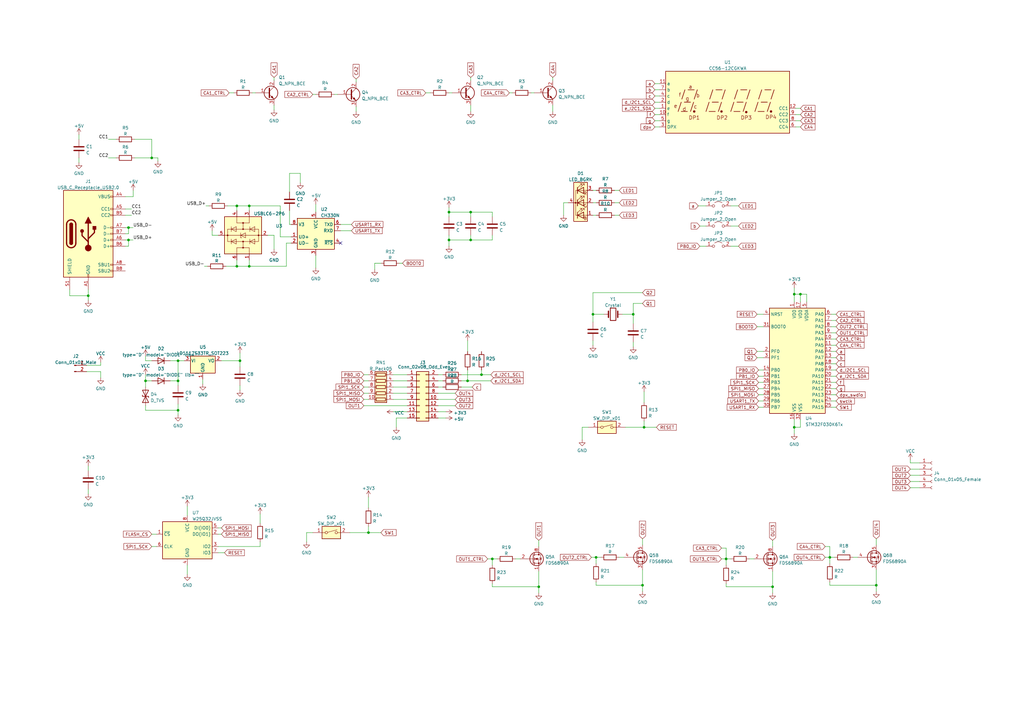
<source format=kicad_sch>
(kicad_sch (version 20211123) (generator eeschema)
  (paper "A3")
  (junction (at 102.235 109.22))
  (junction (at 264.16 175.26))
  (junction (at 191.77 156.21))
  (junction (at 36.195 121.285))
  (junction (at 97.155 84.455))
  (junction (at 62.23 64.77))
  (junction (at 197.485 153.67))
  (junction (at 359.41 240.03))
  (junction (at 325.755 175.26))
  (junction (at 220.98 240.665))
  (junction (at 328.295 120.65))
  (junction (at 184.15 86.995))
  (junction (at 73.025 156.21))
  (junction (at 73.025 147.955))
  (junction (at 316.865 240.665))
  (junction (at 97.155 109.22))
  (junction (at 52.705 93.345))
  (junction (at 263.525 240.03))
  (junction (at 193.04 86.995))
  (junction (at 151.13 218.44))
  (junction (at 340.36 228.6))
  (junction (at 59.69 156.21))
  (junction (at 297.815 229.235))
  (junction (at 184.15 98.425))
  (junction (at 102.235 84.455))
  (junction (at 52.705 98.425))
  (junction (at 193.04 98.425))
  (junction (at 325.755 120.65))
  (junction (at 259.715 128.905))
  (junction (at 244.475 228.6))
  (junction (at 73.025 168.275))
  (junction (at 243.205 128.905))
  (junction (at 98.425 147.955))
  (junction (at 201.93 229.235))
  (no_connect (at 139.7 99.695))
  (wire (pts (xy 62.23 224.155) (xy 64.135 224.155)))
  (wire (pts (xy 268.605 46.99) (xy 270.51 46.99)))
  (wire (pts (xy 243.205 88.265) (xy 244.475 88.265)))
  (wire (pts (xy 51.435 88.265) (xy 53.975 88.265)))
  (wire (pts (xy 128.27 38.735) (xy 129.54 38.735)))
  (wire (pts (xy 311.15 167.005) (xy 313.055 167.005)))
  (wire (pts (xy 35.56 149.86) (xy 41.275 149.86)))
  (wire (pts (xy 112.395 96.52) (xy 112.395 102.235)))
  (wire (pts (xy 119.38 92.075) (xy 118.745 92.075)))
  (wire (pts (xy 310.515 128.905) (xy 313.055 128.905)))
  (wire (pts (xy 36.195 200.66) (xy 36.195 202.565)))
  (wire (pts (xy 197.485 151.765) (xy 197.485 153.67)))
  (wire (pts (xy 51.435 95.885) (xy 52.705 95.885)))
  (wire (pts (xy 220.98 221.615) (xy 220.98 224.155)))
  (wire (pts (xy 55.245 57.15) (xy 62.23 57.15)))
  (wire (pts (xy 162.56 171.45) (xy 162.56 175.26)))
  (wire (pts (xy 59.69 153.67) (xy 59.69 156.21)))
  (wire (pts (xy 340.995 136.525) (xy 342.9 136.525)))
  (wire (pts (xy 328.295 172.085) (xy 328.295 175.26)))
  (wire (pts (xy 244.475 240.03) (xy 263.525 240.03)))
  (wire (pts (xy 263.525 220.98) (xy 263.525 223.52)))
  (wire (pts (xy 310.515 133.985) (xy 313.055 133.985)))
  (wire (pts (xy 184.15 86.995) (xy 184.15 88.9)))
  (wire (pts (xy 102.235 106.68) (xy 102.235 109.22)))
  (wire (pts (xy 242.57 228.6) (xy 244.475 228.6)))
  (wire (pts (xy 330.835 120.65) (xy 328.295 120.65)))
  (wire (pts (xy 325.755 172.085) (xy 325.755 175.26)))
  (wire (pts (xy 89.535 96.52) (xy 86.995 96.52)))
  (wire (pts (xy 201.93 229.235) (xy 201.93 231.775)))
  (wire (pts (xy 254 228.6) (xy 255.905 228.6)))
  (wire (pts (xy 149.225 166.37) (xy 167.005 166.37)))
  (wire (pts (xy 244.475 228.6) (xy 244.475 231.14)))
  (wire (pts (xy 217.805 38.1) (xy 219.075 38.1)))
  (wire (pts (xy 243.205 83.185) (xy 244.475 83.185)))
  (wire (pts (xy 243.205 128.905) (xy 247.65 128.905)))
  (wire (pts (xy 299.72 229.235) (xy 297.815 229.235)))
  (wire (pts (xy 149.225 156.21) (xy 151.13 156.21)))
  (wire (pts (xy 193.04 86.995) (xy 193.04 88.9)))
  (wire (pts (xy 52.705 100.965) (xy 52.705 98.425)))
  (wire (pts (xy 243.205 120.015) (xy 243.205 128.905)))
  (wire (pts (xy 193.04 98.425) (xy 184.15 98.425)))
  (wire (pts (xy 259.715 128.905) (xy 259.715 124.46)))
  (wire (pts (xy 52.705 95.885) (xy 52.705 93.345)))
  (wire (pts (xy 123.19 71.12) (xy 123.19 74.93)))
  (wire (pts (xy 44.45 57.15) (xy 47.625 57.15)))
  (wire (pts (xy 326.39 46.99) (xy 328.295 46.99)))
  (wire (pts (xy 97.155 109.22) (xy 102.235 109.22)))
  (wire (pts (xy 59.69 156.21) (xy 59.69 158.75)))
  (wire (pts (xy 51.435 98.425) (xy 52.705 98.425)))
  (wire (pts (xy 325.755 118.11) (xy 325.755 120.65)))
  (wire (pts (xy 252.095 83.185) (xy 254 83.185)))
  (wire (pts (xy 268.605 36.83) (xy 270.51 36.83)))
  (wire (pts (xy 179.705 153.67) (xy 181.61 153.67)))
  (wire (pts (xy 64.77 64.77) (xy 64.77 66.04)))
  (wire (pts (xy 311.15 161.925) (xy 313.055 161.925)))
  (wire (pts (xy 193.04 86.995) (xy 184.15 86.995)))
  (wire (pts (xy 76.835 207.645) (xy 76.835 211.455)))
  (wire (pts (xy 340.995 141.605) (xy 342.9 141.605)))
  (wire (pts (xy 28.575 118.745) (xy 28.575 121.285)))
  (wire (pts (xy 255.27 128.905) (xy 259.715 128.905)))
  (wire (pts (xy 220.98 234.315) (xy 220.98 240.665)))
  (wire (pts (xy 311.15 156.845) (xy 313.055 156.845)))
  (wire (pts (xy 310.515 144.145) (xy 313.055 144.145)))
  (wire (pts (xy 118.745 71.12) (xy 123.19 71.12)))
  (wire (pts (xy 55.245 64.77) (xy 62.23 64.77)))
  (wire (pts (xy 93.98 38.1) (xy 95.885 38.1)))
  (wire (pts (xy 328.295 175.26) (xy 325.755 175.26)))
  (wire (pts (xy 184.15 38.1) (xy 185.42 38.1)))
  (wire (pts (xy 226.695 43.18) (xy 226.695 45.72)))
  (wire (pts (xy 340.36 238.76) (xy 340.36 240.03)))
  (wire (pts (xy 263.525 233.68) (xy 263.525 240.03)))
  (wire (pts (xy 97.155 86.36) (xy 97.155 84.455)))
  (wire (pts (xy 311.15 159.385) (xy 313.055 159.385)))
  (wire (pts (xy 191.77 156.21) (xy 201.295 156.21)))
  (wire (pts (xy 59.69 147.955) (xy 59.69 146.05)))
  (wire (pts (xy 151.13 203.835) (xy 151.13 208.28)))
  (wire (pts (xy 359.41 220.98) (xy 359.41 223.52)))
  (wire (pts (xy 32.385 64.77) (xy 32.385 66.675)))
  (wire (pts (xy 268.605 44.45) (xy 270.51 44.45)))
  (wire (pts (xy 340.995 151.765) (xy 342.9 151.765)))
  (wire (pts (xy 287.02 92.71) (xy 289.56 92.71)))
  (wire (pts (xy 103.505 38.1) (xy 104.775 38.1)))
  (wire (pts (xy 373.38 197.485) (xy 377.19 197.485)))
  (wire (pts (xy 340.36 224.155) (xy 340.36 228.6)))
  (wire (pts (xy 146.05 32.385) (xy 146.05 33.655)))
  (wire (pts (xy 52.705 93.345) (xy 54.61 93.345)))
  (wire (pts (xy 310.515 146.685) (xy 313.055 146.685)))
  (wire (pts (xy 118.745 78.74) (xy 118.745 71.12)))
  (wire (pts (xy 36.195 121.285) (xy 36.195 123.19)))
  (wire (pts (xy 118.745 92.075) (xy 118.745 86.36)))
  (wire (pts (xy 153.67 110.49) (xy 153.67 107.95)))
  (wire (pts (xy 161.29 168.91) (xy 167.005 168.91)))
  (wire (pts (xy 340.995 167.005) (xy 342.9 167.005)))
  (wire (pts (xy 264.16 175.26) (xy 269.24 175.26)))
  (wire (pts (xy 201.93 240.665) (xy 220.98 240.665)))
  (wire (pts (xy 112.395 43.18) (xy 112.395 45.085)))
  (wire (pts (xy 311.15 164.465) (xy 313.055 164.465)))
  (wire (pts (xy 328.295 120.65) (xy 325.755 120.65)))
  (wire (pts (xy 102.235 84.455) (xy 114.935 84.455)))
  (wire (pts (xy 325.755 175.26) (xy 325.755 177.8)))
  (wire (pts (xy 193.04 43.18) (xy 193.04 45.72)))
  (wire (pts (xy 83.185 155.575) (xy 83.185 157.48)))
  (wire (pts (xy 340.995 149.225) (xy 342.9 149.225)))
  (wire (pts (xy 89.535 216.535) (xy 90.805 216.535)))
  (wire (pts (xy 117.475 99.695) (xy 117.475 109.22)))
  (wire (pts (xy 220.98 240.665) (xy 220.98 243.205)))
  (wire (pts (xy 256.54 175.26) (xy 264.16 175.26)))
  (wire (pts (xy 244.475 238.76) (xy 244.475 240.03)))
  (wire (pts (xy 174.625 38.1) (xy 176.53 38.1)))
  (wire (pts (xy 326.39 52.07) (xy 328.295 52.07)))
  (wire (pts (xy 97.155 84.455) (xy 102.235 84.455)))
  (wire (pts (xy 106.68 224.155) (xy 106.68 222.25)))
  (wire (pts (xy 252.095 88.265) (xy 254 88.265)))
  (wire (pts (xy 191.77 151.765) (xy 191.77 156.21)))
  (wire (pts (xy 54.61 80.645) (xy 54.61 78.105)))
  (wire (pts (xy 184.15 85.09) (xy 184.15 86.995)))
  (wire (pts (xy 149.225 153.67) (xy 151.13 153.67)))
  (wire (pts (xy 51.435 85.725) (xy 53.975 85.725)))
  (wire (pts (xy 340.995 139.065) (xy 342.9 139.065)))
  (wire (pts (xy 373.38 189.865) (xy 377.19 189.865)))
  (wire (pts (xy 295.91 224.79) (xy 297.815 224.79)))
  (wire (pts (xy 73.025 156.21) (xy 73.025 147.955)))
  (wire (pts (xy 62.23 147.955) (xy 59.69 147.955)))
  (wire (pts (xy 226.695 31.75) (xy 226.695 33.02)))
  (wire (pts (xy 203.835 229.235) (xy 201.93 229.235)))
  (wire (pts (xy 243.205 139.7) (xy 243.205 141.605)))
  (wire (pts (xy 35.56 152.4) (xy 41.275 152.4)))
  (wire (pts (xy 184.15 98.425) (xy 184.15 100.965)))
  (wire (pts (xy 287.02 100.965) (xy 289.56 100.965)))
  (wire (pts (xy 179.705 166.37) (xy 186.69 166.37)))
  (wire (pts (xy 189.23 158.75) (xy 193.675 158.75)))
  (wire (pts (xy 106.68 210.82) (xy 106.68 214.63)))
  (wire (pts (xy 359.41 240.03) (xy 359.41 242.57)))
  (wire (pts (xy 128.27 218.44) (xy 125.73 218.44)))
  (wire (pts (xy 98.425 144.78) (xy 98.425 147.955)))
  (wire (pts (xy 32.385 55.245) (xy 32.385 57.15)))
  (wire (pts (xy 340.995 164.465) (xy 342.9 164.465)))
  (wire (pts (xy 373.38 192.405) (xy 377.19 192.405)))
  (wire (pts (xy 299.72 84.455) (xy 302.895 84.455)))
  (wire (pts (xy 373.38 188.595) (xy 373.38 189.865)))
  (wire (pts (xy 137.16 38.735) (xy 138.43 38.735)))
  (wire (pts (xy 161.29 163.83) (xy 167.005 163.83)))
  (wire (pts (xy 143.51 218.44) (xy 151.13 218.44)))
  (wire (pts (xy 316.865 234.315) (xy 316.865 240.665)))
  (wire (pts (xy 179.705 158.75) (xy 181.61 158.75)))
  (wire (pts (xy 193.04 96.52) (xy 193.04 98.425)))
  (wire (pts (xy 73.025 147.955) (xy 75.565 147.955)))
  (wire (pts (xy 179.705 161.29) (xy 186.69 161.29)))
  (wire (pts (xy 201.93 86.995) (xy 193.04 86.995)))
  (wire (pts (xy 69.85 147.955) (xy 73.025 147.955)))
  (wire (pts (xy 73.025 156.21) (xy 73.025 158.115)))
  (wire (pts (xy 102.235 84.455) (xy 102.235 86.36)))
  (wire (pts (xy 297.815 240.665) (xy 316.865 240.665)))
  (wire (pts (xy 161.29 156.21) (xy 167.005 156.21)))
  (wire (pts (xy 325.755 120.65) (xy 325.755 123.825)))
  (wire (pts (xy 311.15 151.765) (xy 313.055 151.765)))
  (wire (pts (xy 89.535 219.075) (xy 90.805 219.075)))
  (wire (pts (xy 98.425 147.955) (xy 90.805 147.955)))
  (wire (pts (xy 231.14 83.185) (xy 231.14 88.265)))
  (wire (pts (xy 201.93 88.9) (xy 201.93 86.995)))
  (wire (pts (xy 259.715 128.905) (xy 259.715 132.715)))
  (wire (pts (xy 193.04 31.75) (xy 193.04 33.02)))
  (wire (pts (xy 139.7 94.615) (xy 144.145 94.615)))
  (wire (pts (xy 179.705 163.83) (xy 186.69 163.83)))
  (wire (pts (xy 340.995 131.445) (xy 342.9 131.445)))
  (wire (pts (xy 62.23 156.21) (xy 59.69 156.21)))
  (wire (pts (xy 328.295 123.825) (xy 328.295 120.65)))
  (wire (pts (xy 201.93 239.395) (xy 201.93 240.665)))
  (wire (pts (xy 340.995 144.145) (xy 342.9 144.145)))
  (wire (pts (xy 330.835 120.65) (xy 330.835 123.825)))
  (wire (pts (xy 316.865 221.615) (xy 316.865 224.155)))
  (wire (pts (xy 109.855 96.52) (xy 112.395 96.52)))
  (wire (pts (xy 340.36 240.03) (xy 359.41 240.03)))
  (wire (pts (xy 286.385 84.455) (xy 289.56 84.455)))
  (wire (pts (xy 28.575 121.285) (xy 36.195 121.285)))
  (wire (pts (xy 263.525 120.015) (xy 243.205 120.015)))
  (wire (pts (xy 161.29 161.29) (xy 167.005 161.29)))
  (wire (pts (xy 119.38 99.695) (xy 117.475 99.695)))
  (wire (pts (xy 233.045 83.185) (xy 231.14 83.185)))
  (wire (pts (xy 311.15 154.305) (xy 313.055 154.305)))
  (wire (pts (xy 326.39 44.45) (xy 328.295 44.45)))
  (wire (pts (xy 191.77 139.7) (xy 191.77 144.145)))
  (wire (pts (xy 69.85 156.21) (xy 73.025 156.21)))
  (wire (pts (xy 340.995 156.845) (xy 342.9 156.845)))
  (wire (pts (xy 129.54 83.82) (xy 129.54 86.995)))
  (wire (pts (xy 161.29 153.67) (xy 167.005 153.67)))
  (wire (pts (xy 189.23 153.67) (xy 197.485 153.67)))
  (wire (pts (xy 243.205 78.105) (xy 244.475 78.105)))
  (wire (pts (xy 189.23 156.21) (xy 191.77 156.21)))
  (wire (pts (xy 338.455 228.6) (xy 340.36 228.6)))
  (wire (pts (xy 340.995 133.985) (xy 342.9 133.985)))
  (wire (pts (xy 139.7 92.075) (xy 144.145 92.075)))
  (wire (pts (xy 73.025 165.735) (xy 73.025 168.275)))
  (wire (pts (xy 51.435 80.645) (xy 54.61 80.645)))
  (wire (pts (xy 268.605 39.37) (xy 270.51 39.37)))
  (wire (pts (xy 342.265 228.6) (xy 340.36 228.6)))
  (wire (pts (xy 268.605 34.29) (xy 270.51 34.29)))
  (wire (pts (xy 297.815 239.395) (xy 297.815 240.665)))
  (wire (pts (xy 98.425 147.955) (xy 98.425 150.495)))
  (wire (pts (xy 200.025 229.235) (xy 201.93 229.235)))
  (wire (pts (xy 86.995 96.52) (xy 86.995 94.615)))
  (wire (pts (xy 36.195 191.135) (xy 36.195 193.04)))
  (wire (pts (xy 179.705 168.91) (xy 182.88 168.91)))
  (wire (pts (xy 51.435 93.345) (xy 52.705 93.345)))
  (wire (pts (xy 62.23 57.15) (xy 62.23 64.77)))
  (wire (pts (xy 208.915 38.1) (xy 210.185 38.1)))
  (wire (pts (xy 179.705 156.21) (xy 181.61 156.21)))
  (wire (pts (xy 295.91 229.235) (xy 297.815 229.235)))
  (wire (pts (xy 92.71 109.22) (xy 97.155 109.22)))
  (wire (pts (xy 259.715 124.46) (xy 263.525 124.46)))
  (wire (pts (xy 264.16 160.655) (xy 264.16 165.1)))
  (wire (pts (xy 263.525 240.03) (xy 263.525 242.57)))
  (wire (pts (xy 211.455 229.235) (xy 213.36 229.235)))
  (wire (pts (xy 114.935 84.455) (xy 114.935 97.155)))
  (wire (pts (xy 326.39 49.53) (xy 328.295 49.53)))
  (wire (pts (xy 268.605 49.53) (xy 270.51 49.53)))
  (wire (pts (xy 264.16 172.72) (xy 264.16 175.26)))
  (wire (pts (xy 201.93 98.425) (xy 193.04 98.425)))
  (wire (pts (xy 243.205 128.905) (xy 243.205 132.08)))
  (wire (pts (xy 167.005 171.45) (xy 162.56 171.45)))
  (wire (pts (xy 340.995 128.905) (xy 342.9 128.905)))
  (wire (pts (xy 359.41 233.68) (xy 359.41 240.03)))
  (wire (pts (xy 268.605 41.91) (xy 270.51 41.91)))
  (wire (pts (xy 340.995 146.685) (xy 342.9 146.685)))
  (wire (pts (xy 241.3 175.26) (xy 238.76 175.26)))
  (wire (pts (xy 149.225 158.75) (xy 151.13 158.75)))
  (wire (pts (xy 307.34 229.235) (xy 309.245 229.235)))
  (wire (pts (xy 125.73 218.44) (xy 125.73 222.25)))
  (wire (pts (xy 340.995 159.385) (xy 342.9 159.385)))
  (wire (pts (xy 252.095 78.105) (xy 254 78.105)))
  (wire (pts (xy 93.345 84.455) (xy 97.155 84.455)))
  (wire (pts (xy 299.72 100.965) (xy 302.895 100.965)))
  (wire (pts (xy 340.36 228.6) (xy 340.36 231.14)))
  (wire (pts (xy 297.815 229.235) (xy 297.815 231.775)))
  (wire (pts (xy 98.425 158.115) (xy 98.425 160.02)))
  (wire (pts (xy 377.19 200.025) (xy 373.38 200.025)))
  (wire (pts (xy 201.93 96.52) (xy 201.93 98.425)))
  (wire (pts (xy 297.815 224.79) (xy 297.815 229.235)))
  (wire (pts (xy 52.705 98.425) (xy 54.61 98.425)))
  (wire (pts (xy 59.69 166.37) (xy 59.69 168.275)))
  (wire (pts (xy 338.455 224.155) (xy 340.36 224.155)))
  (wire (pts (xy 83.82 109.22) (xy 85.09 109.22)))
  (wire (pts (xy 112.395 31.75) (xy 112.395 33.02)))
  (wire (pts (xy 36.195 121.285) (xy 36.195 118.745)))
  (wire (pts (xy 340.995 154.305) (xy 342.9 154.305)))
  (wire (pts (xy 41.275 149.86) (xy 41.275 148.59)))
  (wire (pts (xy 73.025 168.275) (xy 73.025 170.18)))
  (wire (pts (xy 179.705 171.45) (xy 182.88 171.45)))
  (wire (pts (xy 129.54 104.775) (xy 129.54 109.855)))
  (wire (pts (xy 59.69 168.275) (xy 73.025 168.275)))
  (wire (pts (xy 197.485 153.67) (xy 201.295 153.67)))
  (wire (pts (xy 259.715 140.335) (xy 259.715 142.24)))
  (wire (pts (xy 161.29 158.75) (xy 167.005 158.75)))
  (wire (pts (xy 114.935 97.155) (xy 119.38 97.155)))
  (wire (pts (xy 89.535 224.155) (xy 106.68 224.155)))
  (wire (pts (xy 268.605 52.07) (xy 270.51 52.07)))
  (wire (pts (xy 76.835 231.775) (xy 76.835 235.585)))
  (wire (pts (xy 44.45 64.77) (xy 47.625 64.77)))
  (wire (pts (xy 316.865 240.665) (xy 316.865 243.205)))
  (wire (pts (xy 149.225 163.83) (xy 151.13 163.83)))
  (wire (pts (xy 151.13 218.44) (xy 156.21 218.44)))
  (wire (pts (xy 51.435 100.965) (xy 52.705 100.965)))
  (wire (pts (xy 84.455 84.455) (xy 85.725 84.455)))
  (wire (pts (xy 299.72 92.71) (xy 302.895 92.71)))
  (wire (pts (xy 373.38 194.945) (xy 377.19 194.945)))
  (wire (pts (xy 102.235 109.22) (xy 117.475 109.22)))
  (wire (pts (xy 151.13 215.9) (xy 151.13 218.44)))
  (wire (pts (xy 97.155 106.68) (xy 97.155 109.22)))
  (wire (pts (xy 163.83 107.95) (xy 165.1 107.95)))
  (wire (pts (xy 89.535 226.695) (xy 92.075 226.695)))
  (wire (pts (xy 146.05 43.815) (xy 146.05 45.72)))
  (wire (pts (xy 238.76 175.26) (xy 238.76 180.34)))
  (wire (pts (xy 184.15 96.52) (xy 184.15 98.425)))
  (wire (pts (xy 340.995 161.925) (xy 342.9 161.925)))
  (wire (pts (xy 149.225 161.29) (xy 151.13 161.29)))
  (wire (pts (xy 153.67 107.95) (xy 156.21 107.95)))
  (wire (pts (xy 62.23 219.075) (xy 64.135 219.075)))
  (wire (pts (xy 246.38 228.6) (xy 244.475 228.6)))
  (wire (pts (xy 62.23 64.77) (xy 64.77 64.77)))
  (wire (pts (xy 349.885 228.6) (xy 351.79 228.6)))
  (wire (pts (xy 41.275 152.4) (xy 41.275 154.94)))
  (label "USB_D-" (at 54.61 93.345 0))
  (label "CC1" (at 44.45 57.15 180))
  (label "CC1" (at 53.975 85.725 0))
  (label "CC2" (at 44.45 64.77 180))
  (label "USB_D+" (at 54.61 98.425 0))
  (label "USB_D-" (at 83.82 109.22 180))
  (label "USB_D+" (at 84.455 84.455 180))
  (label "CC2" (at 53.975 88.265 0))
  (global_label "CA2" (shape input) (at 328.295 46.99 0) (property "Intersheet References" "${INTERSHEET_REFS}" (effects hide)))
  (global_label "OUT2" (shape input) (at 263.525 220.98 90) (property "Intersheet References" "${INTERSHEET_REFS}" (effects hide)))
  (global_label "CA3_CTRL" (shape input) (at 342.9 139.065 0) (property "Intersheet References" "${INTERSHEET_REFS}" (effects hide)))
  (global_label "g" (shape input) (at 342.9 159.385 0) (property "Intersheet References" "${INTERSHEET_REFS}" (effects hide)))
  (global_label "USART1_TX" (shape input) (at 311.15 164.465 180) (property "Intersheet References" "${INTERSHEET_REFS}" (effects hide)))
  (global_label "LED1" (shape input) (at 254 78.105 0) (property "Intersheet References" "${INTERSHEET_REFS}" (effects hide)))
  (global_label "b" (shape input) (at 342.9 146.685 0) (property "Intersheet References" "${INTERSHEET_REFS}" (effects hide)))
  (global_label "LED2" (shape input) (at 254 83.185 0) (property "Intersheet References" "${INTERSHEET_REFS}" (effects hide)))
  (global_label "SPI1_SCK" (shape input) (at 149.225 158.75 180) (property "Intersheet References" "${INTERSHEET_REFS}" (effects hide)))
  (global_label "CA2" (shape input) (at 146.05 32.385 90) (property "Intersheet References" "${INTERSHEET_REFS}" (effects hide)))
  (global_label "c" (shape input) (at 342.9 149.225 0) (property "Intersheet References" "${INTERSHEET_REFS}" (effects hide)))
  (global_label "BOOT0" (shape input) (at 165.1 107.95 0) (property "Intersheet References" "${INTERSHEET_REFS}" (effects hide)))
  (global_label "d_I2C1_SCL" (shape input) (at 201.295 153.67 0) (property "Intersheet References" "${INTERSHEET_REFS}" (effects hide)))
  (global_label "SPI1_MOSI" (shape input) (at 90.805 216.535 0) (property "Intersheet References" "${INTERSHEET_REFS}" (effects hide)))
  (global_label "CA3_CTRL" (shape input) (at 295.91 224.79 180) (property "Intersheet References" "${INTERSHEET_REFS}" (effects hide)))
  (global_label "f" (shape input) (at 342.9 156.845 0) (property "Intersheet References" "${INTERSHEET_REFS}" (effects hide)))
  (global_label "OUT3" (shape input) (at 373.38 197.485 180) (property "Intersheet References" "${INTERSHEET_REFS}" (effects hide)))
  (global_label "OUT2_CTRL" (shape input) (at 242.57 228.6 180) (property "Intersheet References" "${INTERSHEET_REFS}" (effects hide)))
  (global_label "f" (shape input) (at 268.605 46.99 180) (property "Intersheet References" "${INTERSHEET_REFS}" (effects hide)))
  (global_label "c" (shape input) (at 193.675 158.75 0) (property "Intersheet References" "${INTERSHEET_REFS}" (effects hide)))
  (global_label "SW1" (shape input) (at 342.9 167.005 0) (property "Intersheet References" "${INTERSHEET_REFS}" (effects hide)))
  (global_label "SPI1_MISO" (shape input) (at 311.15 159.385 180) (property "Intersheet References" "${INTERSHEET_REFS}" (effects hide)))
  (global_label "swclk" (shape input) (at 342.9 164.465 0) (property "Intersheet References" "${INTERSHEET_REFS}" (effects hide)))
  (global_label "CA4_CTRL" (shape input) (at 338.455 224.155 180) (property "Intersheet References" "${INTERSHEET_REFS}" (effects hide)))
  (global_label "a" (shape input) (at 286.385 84.455 180) (property "Intersheet References" "${INTERSHEET_REFS}" (effects hide)))
  (global_label "d_I2C1_SCL" (shape input) (at 268.605 41.91 180) (property "Intersheet References" "${INTERSHEET_REFS}" (effects hide)))
  (global_label "CA4_CTRL" (shape input) (at 342.9 141.605 0) (property "Intersheet References" "${INTERSHEET_REFS}" (effects hide)))
  (global_label "Q1" (shape input) (at 263.525 124.46 0) (property "Intersheet References" "${INTERSHEET_REFS}" (effects hide)))
  (global_label "SPI1_MISO" (shape input) (at 149.225 161.29 180) (property "Intersheet References" "${INTERSHEET_REFS}" (effects hide)))
  (global_label "OUT4" (shape input) (at 359.41 220.98 90) (property "Intersheet References" "${INTERSHEET_REFS}" (effects hide)))
  (global_label "SPI1_SCK" (shape input) (at 311.15 156.845 180) (property "Intersheet References" "${INTERSHEET_REFS}" (effects hide)))
  (global_label "SPI1_MISO" (shape input) (at 90.805 219.075 0) (property "Intersheet References" "${INTERSHEET_REFS}" (effects hide)))
  (global_label "Q2" (shape input) (at 263.525 120.015 0) (property "Intersheet References" "${INTERSHEET_REFS}" (effects hide)))
  (global_label "OUT1" (shape input) (at 220.98 221.615 90) (property "Intersheet References" "${INTERSHEET_REFS}" (effects hide)))
  (global_label "CA1_CTRL" (shape input) (at 342.9 128.905 0) (property "Intersheet References" "${INTERSHEET_REFS}" (effects hide)))
  (global_label "CA4" (shape input) (at 328.295 52.07 0) (property "Intersheet References" "${INTERSHEET_REFS}" (effects hide)))
  (global_label "OUT2" (shape input) (at 186.69 166.37 0) (property "Intersheet References" "${INTERSHEET_REFS}" (effects hide)))
  (global_label "CA4" (shape input) (at 226.695 31.75 90) (property "Intersheet References" "${INTERSHEET_REFS}" (effects hide)))
  (global_label "OUT4" (shape input) (at 186.69 161.29 0) (property "Intersheet References" "${INTERSHEET_REFS}" (effects hide)))
  (global_label "PB0_IO" (shape input) (at 287.02 100.965 180) (property "Intersheet References" "${INTERSHEET_REFS}" (effects hide)))
  (global_label "a" (shape input) (at 342.9 144.145 0) (property "Intersheet References" "${INTERSHEET_REFS}" (effects hide)))
  (global_label "dpx_swdio" (shape input) (at 342.9 161.925 0) (property "Intersheet References" "${INTERSHEET_REFS}" (effects hide)))
  (global_label "LED2" (shape input) (at 302.895 92.71 0) (property "Intersheet References" "${INTERSHEET_REFS}" (effects hide)))
  (global_label "OUT1" (shape input) (at 149.225 166.37 180) (property "Intersheet References" "${INTERSHEET_REFS}" (effects hide)))
  (global_label "PB0_IO" (shape input) (at 149.225 153.67 180) (property "Intersheet References" "${INTERSHEET_REFS}" (effects hide)))
  (global_label "CA2_CTRL" (shape input) (at 342.9 131.445 0) (property "Intersheet References" "${INTERSHEET_REFS}" (effects hide)))
  (global_label "OUT2" (shape input) (at 373.38 194.945 180) (property "Intersheet References" "${INTERSHEET_REFS}" (effects hide)))
  (global_label "CA4_CTRL" (shape input) (at 208.915 38.1 180) (property "Intersheet References" "${INTERSHEET_REFS}" (effects hide)))
  (global_label "RESET" (shape input) (at 310.515 128.905 180) (property "Intersheet References" "${INTERSHEET_REFS}" (effects hide)))
  (global_label "CA1_CTRL" (shape input) (at 93.98 38.1 180) (property "Intersheet References" "${INTERSHEET_REFS}" (effects hide)))
  (global_label "LED1" (shape input) (at 302.895 84.455 0) (property "Intersheet References" "${INTERSHEET_REFS}" (effects hide)))
  (global_label "Q2" (shape input) (at 310.515 146.685 180) (property "Intersheet References" "${INTERSHEET_REFS}" (effects hide)))
  (global_label "e_I2C1_SDA" (shape input) (at 342.9 154.305 0) (property "Intersheet References" "${INTERSHEET_REFS}" (effects hide)))
  (global_label "SPI1_MOSI" (shape input) (at 149.225 163.83 180) (property "Intersheet References" "${INTERSHEET_REFS}" (effects hide)))
  (global_label "e_I2C1_SDA" (shape input) (at 201.295 156.21 0) (property "Intersheet References" "${INTERSHEET_REFS}" (effects hide)))
  (global_label "CA1" (shape input) (at 112.395 31.75 90) (property "Intersheet References" "${INTERSHEET_REFS}" (effects hide)))
  (global_label "FLASH_CS" (shape input) (at 62.23 219.075 180) (property "Intersheet References" "${INTERSHEET_REFS}" (effects hide)))
  (global_label "CA3" (shape input) (at 328.295 49.53 0) (property "Intersheet References" "${INTERSHEET_REFS}" (effects hide)))
  (global_label "CA2_CTRL" (shape input) (at 128.27 38.735 180) (property "Intersheet References" "${INTERSHEET_REFS}" (effects hide)))
  (global_label "LED3" (shape input) (at 302.895 100.965 0) (property "Intersheet References" "${INTERSHEET_REFS}" (effects hide)))
  (global_label "USART1_RX" (shape input) (at 144.145 92.075 0) (property "Intersheet References" "${INTERSHEET_REFS}" (effects hide)))
  (global_label "BOOT0" (shape input) (at 310.515 133.985 180) (property "Intersheet References" "${INTERSHEET_REFS}" (effects hide)))
  (global_label "OUT1_CTRL" (shape input) (at 200.025 229.235 180) (property "Intersheet References" "${INTERSHEET_REFS}" (effects hide)))
  (global_label "b" (shape input) (at 287.02 92.71 180) (property "Intersheet References" "${INTERSHEET_REFS}" (effects hide)))
  (global_label "OUT3_CTRL" (shape input) (at 295.91 229.235 180) (property "Intersheet References" "${INTERSHEET_REFS}" (effects hide)))
  (global_label "SW1" (shape input) (at 156.21 218.44 0) (property "Intersheet References" "${INTERSHEET_REFS}" (effects hide)))
  (global_label "SPI1_SCK" (shape input) (at 62.23 224.155 180) (property "Intersheet References" "${INTERSHEET_REFS}" (effects hide)))
  (global_label "RESET" (shape input) (at 92.075 226.695 0) (property "Intersheet References" "${INTERSHEET_REFS}" (effects hide)))
  (global_label "OUT2_CTRL" (shape input) (at 342.9 133.985 0) (property "Intersheet References" "${INTERSHEET_REFS}" (effects hide)))
  (global_label "CA1" (shape input) (at 328.295 44.45 0) (property "Intersheet References" "${INTERSHEET_REFS}" (effects hide)))
  (global_label "SPI1_MOSI" (shape input) (at 311.15 161.925 180) (property "Intersheet References" "${INTERSHEET_REFS}" (effects hide)))
  (global_label "e_I2C1_SDA" (shape input) (at 268.605 44.45 180) (property "Intersheet References" "${INTERSHEET_REFS}" (effects hide)))
  (global_label "USART1_TX" (shape input) (at 144.145 94.615 0) (property "Intersheet References" "${INTERSHEET_REFS}" (effects hide)))
  (global_label "dpx" (shape input) (at 268.605 52.07 180) (property "Intersheet References" "${INTERSHEET_REFS}" (effects hide)))
  (global_label "Q1" (shape input) (at 310.515 144.145 180) (property "Intersheet References" "${INTERSHEET_REFS}" (effects hide)))
  (global_label "PB1_IO" (shape input) (at 311.15 154.305 180) (property "Intersheet References" "${INTERSHEET_REFS}" (effects hide)))
  (global_label "OUT3" (shape input) (at 316.865 221.615 90) (property "Intersheet References" "${INTERSHEET_REFS}" (effects hide)))
  (global_label "OUT4_CTRL" (shape input) (at 338.455 228.6 180) (property "Intersheet References" "${INTERSHEET_REFS}" (effects hide)))
  (global_label "OUT1" (shape input) (at 373.38 192.405 180) (property "Intersheet References" "${INTERSHEET_REFS}" (effects hide)))
  (global_label "c" (shape input) (at 268.605 39.37 180) (property "Intersheet References" "${INTERSHEET_REFS}" (effects hide)))
  (global_label "a" (shape input) (at 268.605 34.29 180) (property "Intersheet References" "${INTERSHEET_REFS}" (effects hide)))
  (global_label "OUT4" (shape input) (at 373.38 200.025 180) (property "Intersheet References" "${INTERSHEET_REFS}" (effects hide)))
  (global_label "b" (shape input) (at 268.605 36.83 180) (property "Intersheet References" "${INTERSHEET_REFS}" (effects hide)))
  (global_label "PB1_IO" (shape input) (at 149.225 156.21 180) (property "Intersheet References" "${INTERSHEET_REFS}" (effects hide)))
  (global_label "g" (shape input) (at 268.605 49.53 180) (property "Intersheet References" "${INTERSHEET_REFS}" (effects hide)))
  (global_label "RESET" (shape input) (at 269.24 175.26 0) (property "Intersheet References" "${INTERSHEET_REFS}" (effects hide)))
  (global_label "d_I2C1_SCL" (shape input) (at 342.9 151.765 0) (property "Intersheet References" "${INTERSHEET_REFS}" (effects hide)))
  (global_label "OUT1_CTRL" (shape input) (at 342.9 136.525 0) (property "Intersheet References" "${INTERSHEET_REFS}" (effects hide)))
  (global_label "USART1_RX" (shape input) (at 311.15 167.005 180) (property "Intersheet References" "${INTERSHEET_REFS}" (effects hide)))
  (global_label "LED3" (shape input) (at 254 88.265 0) (property "Intersheet References" "${INTERSHEET_REFS}" (effects hide)))
  (global_label "CA3" (shape input) (at 193.04 31.75 90) (property "Intersheet References" "${INTERSHEET_REFS}" (effects hide)))
  (global_label "PB0_IO" (shape input) (at 311.15 151.765 180) (property "Intersheet References" "${INTERSHEET_REFS}" (effects hide)))
  (global_label "OUT3" (shape input) (at 186.69 163.83 0) (property "Intersheet References" "${INTERSHEET_REFS}" (effects hide)))
  (global_label "CA3_CTRL" (shape input) (at 174.625 38.1 180) (property "Intersheet References" "${INTERSHEET_REFS}" (effects hide)))
  (symbol (lib_id "Device:R") (at 201.93 235.585 180) (unit 1)
    (property "Reference" "R23" (at 203.708 234.7503 0) (effects (justify right)))
    (property "Value" "R" (at 203.708 237.2872 0) (effects (justify right)))
    (property "Footprint" "Resistor_SMD:R_0603_1608Metric_Pad0.98x0.95mm_HandSolder" (effects hide))
  )
  (symbol (lib_id "power:GND") (at 129.54 109.855 0) (unit 1)
    (property "Reference" "#PWR0119" (effects hide))
    (property "Value" "GND" (at 129.54 114.2984 0))
  )
  (symbol (lib_id "power:+5V") (at 86.995 94.615 0) (unit 1)
    (property "Reference" "#PWR0113" (effects hide))
    (property "Value" "+5V" (at 86.995 91.0392 0))
  )
  (symbol (lib_id "Connector:USB_C_Receptacle_USB2.0") (at 36.195 95.885 0) (unit 1)
    (property "Reference" "J1" (at 36.195 74.4052 0))
    (property "Value" "USB_C_Receptacle_USB2.0" (at 36.195 76.9421 0))
    (property "Footprint" "Connector_USB:USB_C_Receptacle_GCT_USB4105-xx-A_16P_TopMnt_Horizontal" (effects hide))
    (property "Datasheet" "https://www.usb.org/sites/default/files/documents/usb_type-c.zip" (effects hide))
  )
  (symbol (lib_id "Device:R") (at 51.435 64.77 90) (unit 1)
    (property "Reference" "R6" (at 51.435 60.325 90))
    (property "Value" "R" (at 51.435 62.5911 90))
    (property "Footprint" "Resistor_SMD:R_0603_1608Metric_Pad0.98x0.95mm_HandSolder" (effects hide))
  )
  (symbol (lib_id "power:GND") (at 36.195 123.19 0) (unit 1)
    (property "Reference" "#PWR0117" (effects hide))
    (property "Value" "GND" (at 36.195 127.6334 0))
  )
  (symbol (lib_id "power:+5V") (at 54.61 78.105 0) (unit 1)
    (property "Reference" "#PWR0112" (effects hide))
    (property "Value" "+5V" (at 54.61 74.5292 0))
  )
  (symbol (lib_id "power:GND") (at 162.56 175.26 0) (unit 1)
    (property "Reference" "#PWR0137" (effects hide))
    (property "Value" "GND" (at 162.56 179.7034 0))
  )
  (symbol (lib_id "Device:R") (at 248.285 78.105 90) (unit 1)
    (property "Reference" "R7" (at 248.285 73.3892 90))
    (property "Value" "R" (at 248.285 75.9261 90))
    (property "Footprint" "Resistor_SMD:R_0603_1608Metric_Pad0.98x0.95mm_HandSolder" (effects hide))
  )
  (symbol (lib_id "Jumper:Jumper_2_Open") (at 294.64 84.455 0) (unit 1)
    (property "Reference" "JP1" (at 294.64 79.1042 0))
    (property "Value" "Jumper_2_Open" (at 294.64 81.6411 0))
    (property "Footprint" "Jumper:SolderJumper-2_P1.3mm_Open_TrianglePad1.0x1.5mm" (effects hide))
  )
  (symbol (lib_id "power:GND") (at 83.185 157.48 0) (unit 1)
    (property "Reference" "#PWR0132" (effects hide))
    (property "Value" "GND" (at 83.185 161.9234 0))
  )
  (symbol (lib_id "Regulator_Linear:LD1117S33TR_SOT223") (at 83.185 147.955 0) (unit 1)
    (property "Reference" "U5" (at 83.185 142.3502 0))
    (property "Value" "LD1117S33TR_SOT223" (at 83.185 144.8871 0))
    (property "Footprint" "Package_TO_SOT_SMD:SOT-223-3_TabPin2" (effects hide))
    (property "Datasheet" "http://www.st.com/st-web-ui/static/active/en/resource/technical/document/datasheet/CD00000544.pdf" (effects hide))
  )
  (symbol (lib_id "Device:R") (at 248.285 83.185 90) (unit 1)
    (property "Reference" "R8" (at 248.285 78.4692 90))
    (property "Value" "R" (at 248.285 81.0061 90))
    (property "Footprint" "Resistor_SMD:R_0603_1608Metric_Pad0.98x0.95mm_HandSolder" (effects hide))
  )
  (symbol (lib_id "power:GND") (at 64.77 66.04 0) (unit 1)
    (property "Reference" "#PWR0114" (effects hide))
    (property "Value" "GND" (at 64.77 70.4834 0))
  )
  (symbol (lib_id "Device:C") (at 98.425 154.305 0) (unit 1)
    (property "Reference" "C8" (at 101.346 153.4703 0) (effects (justify left)))
    (property "Value" "C" (at 101.346 156.0072 0) (effects (justify left)))
    (property "Footprint" "Capacitor_SMD:C_0603_1608Metric_Pad1.08x0.95mm_HandSolder" (effects hide))
  )
  (symbol (lib_id "Connector:Conn_01x05_Female") (at 382.27 194.945 0) (unit 1)
    (property "Reference" "J4" (at 382.9812 194.1103 0) (effects (justify left)))
    (property "Value" "Conn_01x05_Female" (at 382.9812 196.6472 0) (effects (justify left)))
    (property "Footprint" "TerminalBlock_MetzConnect:TerminalBlock_MetzConnect_Type011_RT05505HBWC_1x05_P5.00mm_Horizontal" (effects hide))
  )
  (symbol (lib_id "power:GND") (at 36.195 202.565 0) (unit 1)
    (property "Reference" "#PWR0145" (effects hide))
    (property "Value" "GND" (at 36.195 207.0084 0))
  )
  (symbol (lib_id "Device:R") (at 99.695 38.1 90) (unit 1)
    (property "Reference" "R1" (at 99.695 33.3842 90))
    (property "Value" "R" (at 99.695 35.9211 90))
    (property "Footprint" "Resistor_SMD:R_0603_1608Metric_Pad0.98x0.95mm_HandSolder" (effects hide))
  )
  (symbol (lib_id "power:GND") (at 112.395 102.235 0) (unit 1)
    (property "Reference" "#PWR0111" (effects hide))
    (property "Value" "GND" (at 112.395 106.6784 0))
  )
  (symbol (lib_id "Device:Q_NPN_BCE") (at 190.5 38.1 0) (unit 1)
    (property "Reference" "Q2" (at 195.58 31.75 0) (effects (justify left)))
    (property "Value" "Q_NPN_BCE" (at 195.58 34.29 0) (effects (justify left)))
    (property "Footprint" "Package_TO_SOT_SMD:SOT-23-3" (effects hide))
  )
  (symbol (lib_id "power:GND") (at 231.14 88.265 0) (unit 1)
    (property "Reference" "#PWR0104" (effects hide))
    (property "Value" "GND" (at 231.14 92.7084 0))
  )
  (symbol (lib_id "power:+5V") (at 129.54 83.82 0) (unit 1)
    (property "Reference" "#PWR0110" (effects hide))
    (property "Value" "+5V" (at 129.54 80.2442 0))
  )
  (symbol (lib_id "Switch:SW_DIP_x01") (at 135.89 218.44 0) (unit 1)
    (property "Reference" "SW2" (at 135.89 212.2002 0))
    (property "Value" "SW_DIP_x01" (at 135.89 214.7371 0))
    (property "Footprint" "Button_Switch_SMD:SW_Push_1P1T_NO_Vertical_Wuerth_434133025816" (effects hide))
  )
  (symbol (lib_id "Device:R") (at 160.02 107.95 90) (unit 1)
    (property "Reference" "R12" (at 160.02 103.2342 90))
    (property "Value" "R" (at 160.02 105.7711 90))
    (property "Footprint" "Resistor_SMD:R_0603_1608Metric_Pad0.98x0.95mm_HandSolder" (effects hide))
  )
  (symbol (lib_id "power:+3.3V") (at 76.835 207.645 0) (unit 1)
    (property "Reference" "#PWR0127" (effects hide))
    (property "Value" "+3.3V" (at 76.835 204.0692 0))
  )
  (symbol (lib_id "Device:C") (at 243.205 135.89 180) (unit 1)
    (property "Reference" "C6" (at 246.126 135.0553 0) (effects (justify right)))
    (property "Value" "C" (at 246.126 137.5922 0) (effects (justify right)))
    (property "Footprint" "Capacitor_SMD:C_0603_1608Metric_Pad1.08x0.95mm_HandSolder" (effects hide))
  )
  (symbol (lib_id "power:GND") (at 220.98 243.205 0) (unit 1)
    (property "Reference" "#PWR0101" (effects hide))
    (property "Value" "GND" (at 220.98 247.6484 0))
  )
  (symbol (lib_id "Device:LED_BGRK") (at 238.125 83.185 0) (unit 1)
    (property "Reference" "D1" (at 238.125 71.1032 0))
    (property "Value" "LED_BGRK" (at 238.125 73.6401 0))
    (property "Footprint" "LED_SMD:LED_RGB_1210" (effects hide))
  )
  (symbol (lib_id "power:GND") (at 76.835 235.585 0) (unit 1)
    (property "Reference" "#PWR0140" (effects hide))
    (property "Value" "GND" (at 76.835 240.0284 0))
  )
  (symbol (lib_id "Device:R") (at 89.535 84.455 90) (unit 1)
    (property "Reference" "R9" (at 89.535 79.7392 90))
    (property "Value" "R" (at 89.535 82.2761 90))
    (property "Footprint" "Resistor_SMD:R_0603_1608Metric_Pad0.98x0.95mm_HandSolder" (effects hide))
  )
  (symbol (lib_id "Device:R_Pack05") (at 156.21 158.75 90) (unit 1)
    (property "Reference" "RN1" (at 156.21 148.7002 90))
    (property "Value" "R_Pack05" (at 156.21 151.2371 90))
    (property "Footprint" "Resistor_SMD:R_Array_Convex_5x0603" (effects hide))
  )
  (symbol (lib_id "Device:Q_NPN_BCE") (at 224.155 38.1 0) (unit 1)
    (property "Reference" "Q3" (at 229.0064 37.2653 0) (effects (justify left)))
    (property "Value" "Q_NPN_BCE" (at 229.0064 39.8022 0) (effects (justify left)))
    (property "Footprint" "Package_TO_SOT_SMD:SOT-23-3" (effects hide))
  )
  (symbol (lib_id "Device:R") (at 180.34 38.1 90) (unit 1)
    (property "Reference" "R2" (at 180.34 33.3842 90))
    (property "Value" "R" (at 180.34 35.9211 90))
    (property "Footprint" "Resistor_SMD:R_0603_1608Metric_Pad0.98x0.95mm_HandSolder" (effects hide))
  )
  (symbol (lib_id "Device:C") (at 184.15 92.71 0) (unit 1)
    (property "Reference" "C3" (at 187.071 91.8753 0) (effects (justify left)))
    (property "Value" "C" (at 187.071 94.4122 0) (effects (justify left)))
    (property "Footprint" "Capacitor_SMD:C_0603_1608Metric_Pad1.08x0.95mm_HandSolder" (effects hide))
  )
  (symbol (lib_id "power:GND") (at 146.05 45.72 0) (unit 1)
    (property "Reference" "#PWR0122" (effects hide))
    (property "Value" "GND" (at 146.05 50.1634 0))
  )
  (symbol (lib_id "Device:R") (at 191.77 147.955 180) (unit 1)
    (property "Reference" "R16" (at 193.548 147.1203 0) (effects (justify right)))
    (property "Value" "R" (at 193.548 149.6572 0) (effects (justify right)))
    (property "Footprint" "Resistor_SMD:R_0603_1608Metric_Pad0.98x0.95mm_HandSolder" (effects hide))
  )
  (symbol (lib_id "power:+3.3V") (at 36.195 191.135 0) (unit 1)
    (property "Reference" "#PWR0144" (effects hide))
    (property "Value" "+3.3V" (at 36.195 187.5592 0))
  )
  (symbol (lib_id "Device:R") (at 151.13 212.09 180) (unit 1)
    (property "Reference" "R14" (at 152.908 211.2553 0) (effects (justify right)))
    (property "Value" "R" (at 152.908 213.7922 0) (effects (justify right)))
    (property "Footprint" "Resistor_SMD:R_0603_1608Metric_Pad0.98x0.95mm_HandSolder" (effects hide))
  )
  (symbol (lib_id "power:VCC") (at 41.275 148.59 0) (unit 1)
    (property "Reference" "#PWR0141" (effects hide))
    (property "Value" "VCC" (at 41.275 145.0142 0))
  )
  (symbol (lib_id "power:GND") (at 238.76 180.34 0) (unit 1)
    (property "Reference" "#PWR0130" (effects hide))
    (property "Value" "GND" (at 238.76 184.7834 0))
  )
  (symbol (lib_id "power:+3.3V") (at 184.15 85.09 0) (unit 1)
    (property "Reference" "#PWR0123" (effects hide))
    (property "Value" "+3.3V" (at 184.15 81.5142 0))
  )
  (symbol (lib_id "Memory_Flash:W25Q32JVSS") (at 76.835 221.615 0) (unit 1)
    (property "Reference" "U7" (at 78.8544 210.2952 0) (effects (justify left)))
    (property "Value" "W25Q32JVSS" (at 78.8544 212.8321 0) (effects (justify left)))
    (property "Footprint" "Package_SO:SOIC-8_5.23x5.23mm_P1.27mm" (effects hide))
    (property "Datasheet" "http://www.winbond.com/resource-files/w25q32jv%20revg%2003272018%20plus.pdf" (effects hide))
  )
  (symbol (lib_id "Device:R") (at 340.36 234.95 180) (unit 1)
    (property "Reference" "R22" (at 342.138 234.1153 0) (effects (justify right)))
    (property "Value" "R" (at 342.138 236.6522 0) (effects (justify right)))
    (property "Footprint" "Resistor_SMD:R_0603_1608Metric_Pad0.98x0.95mm_HandSolder" (effects hide))
  )
  (symbol (lib_id "Device:R") (at 197.485 147.955 180) (unit 1)
    (property "Reference" "R25" (at 199.263 147.1203 0) (effects (justify right)))
    (property "Value" "R" (at 199.263 149.6572 0) (effects (justify right)))
    (property "Footprint" "Resistor_SMD:R_0603_1608Metric_Pad0.98x0.95mm_HandSolder" (effects hide))
  )
  (symbol (lib_id "power:GND") (at 73.025 170.18 0) (unit 1)
    (property "Reference" "#PWR0143" (effects hide))
    (property "Value" "GND" (at 73.025 174.6234 0))
  )
  (symbol (lib_id "Power_Protection:USBLC6-2P6") (at 99.695 96.52 90) (unit 1)
    (property "Reference" "U3" (at 114.4459 92.6933 90))
    (property "Value" "USBLC6-2P6" (at 110.49 87.63 90))
    (property "Footprint" "Package_TO_SOT_SMD:SOT-666" (effects hide))
    (property "Datasheet" "https://www.st.com/resource/en/datasheet/usblc6-2.pdf" (effects hide))
  )
  (symbol (lib_id "power:GND") (at 359.41 242.57 0) (unit 1)
    (property "Reference" "#PWR0107" (effects hide))
    (property "Value" "GND" (at 359.41 247.0134 0))
  )
  (symbol (lib_id "power:GND") (at 184.15 100.965 0) (unit 1)
    (property "Reference" "#PWR0118" (effects hide))
    (property "Value" "GND" (at 184.15 105.4084 0))
  )
  (symbol (lib_id "Jumper:Jumper_2_Open") (at 294.64 92.71 0) (unit 1)
    (property "Reference" "JP2" (at 294.64 87.3592 0))
    (property "Value" "Jumper_2_Open" (at 294.64 89.8961 0))
    (property "Footprint" "Jumper:SolderJumper-2_P1.3mm_Open_TrianglePad1.0x1.5mm" (effects hide))
  )
  (symbol (lib_id "Device:R") (at 88.9 109.22 90) (unit 1)
    (property "Reference" "R11" (at 88.9 104.775 90))
    (property "Value" "R" (at 88.9 107.0411 90))
    (property "Footprint" "Resistor_SMD:R_0603_1608Metric_Pad0.98x0.95mm_HandSolder" (effects hide))
  )
  (symbol (lib_id "power:VCC") (at 59.69 153.67 0) (unit 1)
    (property "Reference" "#PWR0146" (effects hide))
    (property "Value" "VCC" (at 59.69 150.0942 0))
  )
  (symbol (lib_id "Transistor_FET:FDS6890A") (at 218.44 229.235 0) (unit 1)
    (property "Reference" "Q5" (at 223.647 228.4003 0) (effects (justify left)))
    (property "Value" "FDS6890A" (at 223.647 230.9372 0) (effects (justify left)))
    (property "Footprint" "Package_SO:SOIC-8_3.9x4.9mm_P1.27mm" (effects hide))
    (property "Datasheet" "https://www.onsemi.com/pub/Collateral/FDS6890A-D.PDF" (effects hide))
  )
  (symbol (lib_id "power:GND") (at 112.395 45.085 0) (unit 1)
    (property "Reference" "#PWR0124" (effects hide))
    (property "Value" "GND" (at 112.395 49.5284 0))
  )
  (symbol (lib_id "Device:R") (at 346.075 228.6 90) (unit 1)
    (property "Reference" "R18" (at 346.075 223.8842 90))
    (property "Value" "R" (at 346.075 226.4211 90))
    (property "Footprint" "Resistor_SMD:R_0603_1608Metric_Pad0.98x0.95mm_HandSolder" (effects hide))
  )
  (symbol (lib_id "Device:R") (at 264.16 168.91 180) (unit 1)
    (property "Reference" "R13" (at 265.938 168.0753 0) (effects (justify right)))
    (property "Value" "R" (at 265.938 170.6122 0) (effects (justify right)))
    (property "Footprint" "Resistor_SMD:R_0603_1608Metric_Pad0.98x0.95mm_HandSolder" (effects hide))
  )
  (symbol (lib_id "Device:R") (at 185.42 158.75 270) (unit 1)
    (property "Reference" "R28" (at 185.42 154.0342 90))
    (property "Value" "R" (at 185.42 156.5711 90))
    (property "Footprint" "Resistor_SMD:R_0603_1608Metric_Pad0.98x0.95mm_HandSolder" (effects hide))
  )
  (symbol (lib_id "Switch:SW_DIP_x01") (at 248.92 175.26 0) (unit 1)
    (property "Reference" "SW1" (at 248.92 169.0202 0))
    (property "Value" "SW_DIP_x01" (at 248.92 171.5571 0))
    (property "Footprint" "Button_Switch_SMD:SW_Push_1P1T_NO_Vertical_Wuerth_434133025816" (effects hide))
  )
  (symbol (lib_id "Device:D_TVS") (at 59.69 162.56 90) (unit 1)
    (property "Reference" "D4" (at 61.722 161.7253 90) (effects (justify right)))
    (property "Value" "D_TVS" (at 61.722 164.2622 90) (effects (justify right)))
    (property "Footprint" "Diode_SMD:D_SMB" (effects hide))
  )
  (symbol (lib_id "Transistor_FET:FDS6890A") (at 356.87 228.6 0) (unit 2)
    (property "Reference" "Q6" (at 362.077 227.7653 0) (effects (justify left)))
    (property "Value" "FDS6890A" (at 362.077 230.3022 0) (effects (justify left)))
    (property "Footprint" "Package_SO:SOIC-8_3.9x4.9mm_P1.27mm" (effects hide))
    (property "Datasheet" "https://www.onsemi.com/pub/Collateral/FDS6890A-D.PDF" (effects hide))
  )
  (symbol (lib_id "Interface_USB:CH330N") (at 129.54 94.615 0) (unit 1)
    (property "Reference" "U2" (at 131.5594 85.8352 0) (effects (justify left)))
    (property "Value" "CH330N" (at 131.5594 88.3721 0) (effects (justify left)))
    (property "Footprint" "Package_SO:SOIC-8_3.9x4.9mm_P1.27mm" (effects hide))
    (property "Datasheet" "http://www.wch.cn/downloads/file/240.html" (effects hide))
  )
  (symbol (lib_id "power:GND") (at 259.715 142.24 0) (unit 1)
    (property "Reference" "#PWR0134" (effects hide))
    (property "Value" "GND" (at 259.715 146.6834 0))
  )
  (symbol (lib_id "power:+5V") (at 59.69 146.05 0) (unit 1)
    (property "Reference" "#PWR0147" (effects hide))
    (property "Value" "+5V" (at 59.69 142.4742 0))
  )
  (symbol (lib_id "Display_Character:CC56-12CGKWA") (at 298.45 41.91 0) (unit 1)
    (property "Reference" "U1" (at 298.45 25.5102 0))
    (property "Value" "CC56-12CGKWA" (at 298.45 28.0471 0))
    (property "Footprint" "Display_7Segment:CA56-12CGKWA" (effects hide))
    (property "Datasheet" "http://www.kingbright.com/attachments/file/psearch/000/00/00/CC56-12CGKWA(Ver.8A).pdf" (effects hide))
  )
  (symbol (lib_id "power:+3.3V") (at 106.68 210.82 0) (unit 1)
    (property "Reference" "#PWR0128" (effects hide))
    (property "Value" "+3.3V" (at 106.68 207.2442 0))
  )
  (symbol (lib_id "power:VCC") (at 373.38 188.595 0) (unit 1)
    (property "Reference" "#PWR0105" (effects hide))
    (property "Value" "VCC" (at 373.38 185.0192 0))
  )
  (symbol (lib_id "Device:C") (at 201.93 92.71 0) (unit 1)
    (property "Reference" "C5" (at 204.851 91.8753 0) (effects (justify left)))
    (property "Value" "C" (at 204.851 94.4122 0) (effects (justify left)))
    (property "Footprint" "Capacitor_SMD:C_0603_1608Metric_Pad1.08x0.95mm_HandSolder" (effects hide))
  )
  (symbol (lib_id "Device:C") (at 118.745 82.55 0) (unit 1)
    (property "Reference" "C2" (at 121.666 81.7153 0) (effects (justify left)))
    (property "Value" "C" (at 121.666 84.2522 0) (effects (justify left)))
    (property "Footprint" "Capacitor_SMD:C_0603_1608Metric_Pad1.08x0.95mm_HandSolder" (effects hide))
  )
  (symbol (lib_id "Device:R") (at 297.815 235.585 180) (unit 1)
    (property "Reference" "R24" (at 299.593 234.7503 0) (effects (justify right)))
    (property "Value" "R" (at 299.593 237.2872 0) (effects (justify right)))
    (property "Footprint" "Resistor_SMD:R_0603_1608Metric_Pad0.98x0.95mm_HandSolder" (effects hide))
  )
  (symbol (lib_id "power:+3.3V") (at 182.88 168.91 270) (unit 1)
    (property "Reference" "#PWR0135" (effects hide))
    (property "Value" "+3.3V" (at 186.055 169.3438 90) (effects (justify left)))
  )
  (symbol (lib_id "power:GND") (at 316.865 243.205 0) (unit 1)
    (property "Reference" "#PWR0106" (effects hide))
    (property "Value" "GND" (at 316.865 247.6484 0))
  )
  (symbol (lib_id "Device:Crystal") (at 251.46 128.905 0) (unit 1)
    (property "Reference" "Y1" (at 251.46 122.6398 0))
    (property "Value" "Crystal" (at 251.46 125.1767 0))
    (property "Footprint" "Crystal:Crystal_HC49-4H_Vertical" (effects hide))
  )
  (symbol (lib_id "power:+3.3V") (at 98.425 144.78 0) (unit 1)
    (property "Reference" "#PWR0131" (effects hide))
    (property "Value" "+3.3V" (at 98.425 141.2042 0))
  )
  (symbol (lib_id "power:GND") (at 243.205 141.605 0) (unit 1)
    (property "Reference" "#PWR0126" (effects hide))
    (property "Value" "GND" (at 243.205 146.0484 0))
  )
  (symbol (lib_id "Device:C") (at 36.195 196.85 0) (unit 1)
    (property "Reference" "C10" (at 39.116 196.0153 0) (effects (justify left)))
    (property "Value" "C" (at 39.116 198.5522 0) (effects (justify left)))
    (property "Footprint" "Capacitor_SMD:C_0603_1608Metric_Pad1.08x0.95mm_HandSolder" (effects hide))
  )
  (symbol (lib_id "Connector_Generic:Conn_02x08_Odd_Even") (at 172.085 161.29 0) (unit 1)
    (property "Reference" "J3" (at 173.355 148.7002 0))
    (property "Value" "Conn_02x08_Odd_Even" (at 173.99 150.495 0))
    (property "Footprint" "Connector_IDC:IDC-Header_2x08_P2.54mm_Vertical" (effects hide))
  )
  (symbol (lib_id "Device:R") (at 106.68 218.44 0) (unit 1)
    (property "Reference" "R15" (at 108.458 217.6053 0) (effects (justify left)))
    (property "Value" "R" (at 108.458 220.1422 0) (effects (justify left)))
    (property "Footprint" "Resistor_SMD:R_0603_1608Metric_Pad0.98x0.95mm_HandSolder" (effects hide))
  )
  (symbol (lib_id "Device:R") (at 207.645 229.235 90) (unit 1)
    (property "Reference" "R19" (at 207.645 224.5192 90))
    (property "Value" "R" (at 207.645 227.0561 90))
    (property "Footprint" "Resistor_SMD:R_0603_1608Metric_Pad0.98x0.95mm_HandSolder" (effects hide))
  )
  (symbol (lib_id "Device:R") (at 51.435 57.15 90) (unit 1)
    (property "Reference" "R5" (at 51.435 52.4342 90))
    (property "Value" "R" (at 51.435 54.9711 90))
    (property "Footprint" "Resistor_SMD:R_0603_1608Metric_Pad0.98x0.95mm_HandSolder" (effects hide))
  )
  (symbol (lib_id "power:+5V") (at 32.385 55.245 0) (unit 1)
    (property "Reference" "#PWR0115" (effects hide))
    (property "Value" "+5V" (at 32.385 51.6692 0))
  )
  (symbol (lib_id "power:GND") (at 325.755 177.8 0) (unit 1)
    (property "Reference" "#PWR0148" (effects hide))
    (property "Value" "GND" (at 325.755 182.2434 0))
  )
  (symbol (lib_id "Device:Q_NPN_BCE") (at 109.855 38.1 0) (unit 1)
    (property "Reference" "Q1" (at 114.3 31.75 0) (effects (justify left)))
    (property "Value" "Q_NPN_BCE" (at 114.3 34.29 0) (effects (justify left)))
    (property "Footprint" "Package_TO_SOT_SMD:SOT-23-3" (effects hide))
  )
  (symbol (lib_id "power:+3.3V") (at 325.755 118.11 0) (unit 1)
    (property "Reference" "#PWR0149" (effects hide))
    (property "Value" "+3.3V" (at 325.755 114.5342 0))
  )
  (symbol (lib_id "Device:R") (at 185.42 156.21 270) (unit 1)
    (property "Reference" "R27" (at 185.42 151.4942 90))
    (property "Value" "R" (at 185.42 154.0311 90))
    (property "Footprint" "Resistor_SMD:R_0603_1608Metric_Pad0.98x0.95mm_HandSolder" (effects hide))
  )
  (symbol (lib_id "Transistor_FET:FDS6890A") (at 314.325 229.235 0) (unit 1)
    (property "Reference" "Q6" (at 319.532 228.4003 0) (effects (justify left)))
    (property "Value" "FDS6890A" (at 319.532 230.9372 0) (effects (justify left)))
    (property "Footprint" "Package_SO:SOIC-8_3.9x4.9mm_P1.27mm" (effects hide))
    (property "Datasheet" "https://www.onsemi.com/pub/Collateral/FDS6890A-D.PDF" (effects hide))
  )
  (symbol (lib_id "Simulation_SPICE:DIODE") (at 66.04 147.955 0) (unit 1)
    (property "Reference" "D2" (at 66.04 142.9852 0))
    (property "Value" "DIODE" (at 66.04 145.5221 0))
    (property "Footprint" "Diode_SMD:D_SMB" (effects hide))
    (property "Spice_Netlist_Enabled" "Y" (effects hide))
    (property "Spice_Primitive" "D" (effects hide))
  )
  (symbol (lib_id "Connector:Conn_01x02_Male") (at 30.48 149.86 0) (unit 1)
    (property "Reference" "J2" (at 31.115 146.084 0))
    (property "Value" "Conn_01x02_Male" (at 31.115 148.6209 0))
    (property "Footprint" "Connector_PinHeader_2.54mm:PinHeader_1x02_P2.54mm_Vertical" (effects hide))
  )
  (symbol (lib_id "power:VCC") (at 161.29 168.91 90) (unit 1)
    (property "Reference" "#PWR0138" (effects hide))
    (property "Value" "VCC" (at 161.925 169.3438 90) (effects (justify right)))
  )
  (symbol (lib_id "Device:Q_NPN_BCE") (at 143.51 38.735 0) (unit 1)
    (property "Reference" "Q4" (at 148.3614 37.9003 0) (effects (justify left)))
    (property "Value" "Q_NPN_BCE" (at 148.3614 40.4372 0) (effects (justify left)))
    (property "Footprint" "Package_TO_SOT_SMD:SOT-23-3" (effects hide))
  )
  (symbol (lib_id "power:GND") (at 98.425 160.02 0) (unit 1)
    (property "Reference" "#PWR0133" (effects hide))
    (property "Value" "GND" (at 98.425 164.4634 0))
  )
  (symbol (lib_id "Transistor_FET:FDS6890A") (at 260.985 228.6 0) (unit 2)
    (property "Reference" "Q5" (at 266.192 227.7653 0) (effects (justify left)))
    (property "Value" "FDS6890A" (at 266.192 230.3022 0) (effects (justify left)))
    (property "Footprint" "Package_SO:SOIC-8_3.9x4.9mm_P1.27mm" (effects hide))
    (property "Datasheet" "https://www.onsemi.com/pub/Collateral/FDS6890A-D.PDF" (effects hide))
  )
  (symbol (lib_id "power:GND") (at 123.19 74.93 0) (unit 1)
    (property "Reference" "#PWR0109" (effects hide))
    (property "Value" "GND" (at 123.19 79.3734 0))
  )
  (symbol (lib_id "Device:R") (at 213.995 38.1 90) (unit 1)
    (property "Reference" "R3" (at 213.995 33.3842 90))
    (property "Value" "R" (at 213.995 35.9211 90))
    (property "Footprint" "Resistor_SMD:R_0603_1608Metric_Pad0.98x0.95mm_HandSolder" (effects hide))
  )
  (symbol (lib_id "Device:C") (at 32.385 60.96 0) (unit 1)
    (property "Reference" "C1" (at 35.306 60.1253 0) (effects (justify left)))
    (property "Value" "C" (at 35.306 62.6622 0) (effects (justify left)))
    (property "Footprint" "Capacitor_SMD:C_0603_1608Metric_Pad1.08x0.95mm_HandSolder" (effects hide))
  )
  (symbol (lib_id "power:+3.3V") (at 264.16 160.655 0) (unit 1)
    (property "Reference" "#PWR0129" (effects hide))
    (property "Value" "+3.3V" (at 264.16 157.0792 0))
  )
  (symbol (lib_id "power:GND") (at 41.275 154.94 0) (unit 1)
    (property "Reference" "#PWR0142" (effects hide))
    (property "Value" "GND" (at 41.275 159.3834 0))
  )
  (symbol (lib_id "Device:C") (at 193.04 92.71 0) (unit 1)
    (property "Reference" "C4" (at 195.961 91.8753 0) (effects (justify left)))
    (property "Value" "C" (at 195.961 94.4122 0) (effects (justify left)))
    (property "Footprint" "Capacitor_SMD:C_0603_1608Metric_Pad1.08x0.95mm_HandSolder" (effects hide))
  )
  (symbol (lib_id "Device:R") (at 185.42 153.67 270) (unit 1)
    (property "Reference" "R26" (at 185.42 148.9542 90))
    (property "Value" "R" (at 185.42 151.4911 90))
    (property "Footprint" "Resistor_SMD:R_0603_1608Metric_Pad0.98x0.95mm_HandSolder" (effects hide))
  )
  (symbol (lib_id "MCU_ST_STM32F0:STM32F030K6Tx") (at 328.295 146.685 0) (unit 1)
    (property "Reference" "U4" (at 330.3144 171.5754 0) (effects (justify left)))
    (property "Value" "STM32F030K6Tx" (at 330.3144 174.1123 0) (effects (justify left)))
    (property "Footprint" "Package_QFP:LQFP-32_7x7mm_P0.8mm" (effects hide))
    (property "Datasheet" "http://www.st.com/st-web-ui/static/active/en/resource/technical/document/datasheet/DM00088500.pdf" (effects hide))
  )
  (symbol (lib_id "Device:R") (at 133.35 38.735 90) (unit 1)
    (property "Reference" "R4" (at 133.35 34.0192 90))
    (property "Value" "R" (at 133.35 36.5561 90))
    (property "Footprint" "Resistor_SMD:R_0603_1608Metric_Pad0.98x0.95mm_HandSolder" (effects hide))
  )
  (symbol (lib_id "power:GND") (at 226.695 45.72 0) (unit 1)
    (property "Reference" "#PWR0103" (effects hide))
    (property "Value" "GND" (at 226.695 50.1634 0))
  )
  (symbol (lib_id "power:+5V") (at 182.88 171.45 270) (unit 1)
    (property "Reference" "#PWR0136" (effects hide))
    (property "Value" "+5V" (at 186.055 171.8838 90) (effects (justify left)))
  )
  (symbol (lib_id "Device:C") (at 259.715 136.525 0) (unit 1)
    (property "Reference" "C7" (at 262.636 135.6903 0) (effects (justify left)))
    (property "Value" "C" (at 262.636 138.2272 0) (effects (justify left)))
    (property "Footprint" "Capacitor_SMD:C_0603_1608Metric_Pad1.08x0.95mm_HandSolder" (effects hide))
  )
  (symbol (lib_id "power:GND") (at 263.525 242.57 0) (unit 1)
    (property "Reference" "#PWR0102" (effects hide))
    (property "Value" "GND" (at 263.525 247.0134 0))
  )
  (symbol (lib_id "power:GND") (at 153.67 110.49 0) (unit 1)
    (property "Reference" "#PWR0120" (effects hide))
    (property "Value" "GND" (at 153.67 114.9334 0))
  )
  (symbol (lib_id "Device:C") (at 73.025 161.925 0) (unit 1)
    (property "Reference" "C9" (at 75.946 161.0903 0) (effects (justify left)))
    (property "Value" "C" (at 75.946 163.6272 0) (effects (justify left)))
    (property "Footprint" "Capacitor_SMD:C_0603_1608Metric_Pad1.08x0.95mm_HandSolder" (effects hide))
  )
  (symbol (lib_id "Jumper:Jumper_2_Open") (at 294.64 100.965 0) (unit 1)
    (property "Reference" "JP3" (at 294.64 95.6142 0))
    (property "Value" "Jumper_2_Open" (at 294.64 98.1511 0))
    (property "Footprint" "Jumper:SolderJumper-2_P1.3mm_Open_TrianglePad1.0x1.5mm" (effects hide))
  )
  (symbol (lib_id "Simulation_SPICE:DIODE") (at 66.04 156.21 0) (unit 1)
    (property "Reference" "D3" (at 66.04 151.2402 0))
    (property "Value" "DIODE" (at 66.04 153.7771 0))
    (property "Footprint" "Diode_SMD:D_SMB" (effects hide))
    (property "Spice_Netlist_Enabled" "Y" (effects hide))
    (property "Spice_Primitive" "D" (effects hide))
  )
  (symbol (lib_id "power:GND") (at 125.73 222.25 0) (unit 1)
    (property "Reference" "#PWR0139" (effects hide))
    (property "Value" "GND" (at 125.73 226.6934 0))
  )
  (symbol (lib_id "power:+3.3V") (at 191.77 139.7 0) (unit 1)
    (property "Reference" "#PWR0108" (effects hide))
    (property "Value" "+3.3V" (at 191.77 136.1242 0))
  )
  (symbol (lib_id "power:GND") (at 32.385 66.675 0) (unit 1)
    (property "Reference" "#PWR0116" (effects hide))
    (property "Value" "GND" (at 32.385 71.1184 0))
  )
  (symbol (lib_id "power:GND") (at 193.04 45.72 0) (unit 1)
    (property "Reference" "#PWR0121" (effects hide))
    (property "Value" "GND" (at 193.04 50.1634 0))
  )
  (symbol (lib_id "power:+3.3V") (at 151.13 203.835 0) (unit 1)
    (property "Reference" "#PWR0125" (effects hide))
    (property "Value" "+3.3V" (at 151.13 200.2592 0))
  )
  (symbol (lib_id "Device:R") (at 303.53 229.235 90) (unit 1)
    (property "Reference" "R20" (at 303.53 224.5192 90))
    (property "Value" "R" (at 303.53 227.0561 90))
    (property "Footprint" "Resistor_SMD:R_0603_1608Metric_Pad0.98x0.95mm_HandSolder" (effects hide))
  )
  (symbol (lib_id "Device:R") (at 248.285 88.265 90) (unit 1)
    (property "Reference" "R10" (at 248.285 83.5492 90))
    (property "Value" "R" (at 248.285 86.0861 90))
    (property "Footprint" "Resistor_SMD:R_0603_1608Metric_Pad0.98x0.95mm_HandSolder" (effects hide))
  )
  (symbol (lib_id "Device:R") (at 244.475 234.95 180) (unit 1)
    (property "Reference" "R21" (at 246.253 234.1153 0) (effects (justify right)))
    (property "Value" "R" (at 246.253 236.6522 0) (effects (justify right)))
    (property "Footprint" "Resistor_SMD:R_0603_1608Metric_Pad0.98x0.95mm_HandSolder" (effects hide))
  )
  (symbol (lib_id "Device:R") (at 250.19 228.6 90) (unit 1)
    (property "Reference" "R17" (at 250.19 223.8842 90))
    (property "Value" "R" (at 250.19 226.4211 90))
    (property "Footprint" "Resistor_SMD:R_0603_1608Metric_Pad0.98x0.95mm_HandSolder" (effects hide))
  )
)
</source>
